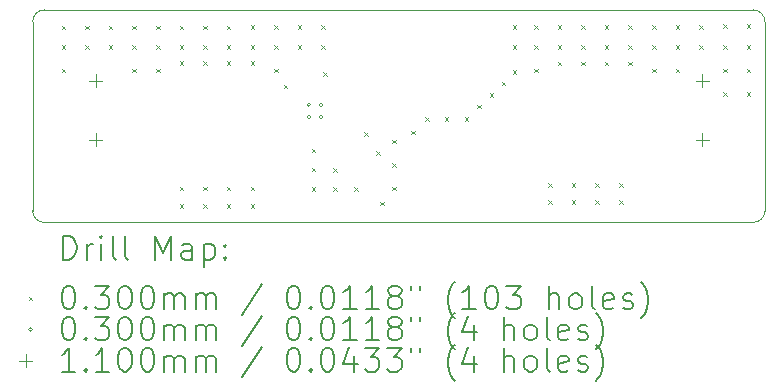
<source format=gbr>
%TF.GenerationSoftware,KiCad,Pcbnew,9.0.4*%
%TF.CreationDate,2025-09-22T12:07:42+05:30*%
%TF.ProjectId,buck-converter-8A,6275636b-2d63-46f6-9e76-65727465722d,rev?*%
%TF.SameCoordinates,Original*%
%TF.FileFunction,Drillmap*%
%TF.FilePolarity,Positive*%
%FSLAX45Y45*%
G04 Gerber Fmt 4.5, Leading zero omitted, Abs format (unit mm)*
G04 Created by KiCad (PCBNEW 9.0.4) date 2025-09-22 12:07:42*
%MOMM*%
%LPD*%
G01*
G04 APERTURE LIST*
%ADD10C,0.050000*%
%ADD11C,0.200000*%
%ADD12C,0.100000*%
%ADD13C,0.110000*%
G04 APERTURE END LIST*
D10*
X11040000Y-9855000D02*
G75*
G02*
X10940000Y-9755000I0J100000D01*
G01*
X17140000Y-9755000D02*
G75*
G02*
X17040000Y-9855000I-100000J0D01*
G01*
X17040000Y-9855000D02*
X11040000Y-9855000D01*
X11040000Y-8055000D02*
X17040000Y-8055000D01*
X17140000Y-8155000D02*
X17140000Y-9755000D01*
X17040000Y-8055000D02*
G75*
G02*
X17140000Y-8155000I0J-100000D01*
G01*
X10940000Y-8155000D02*
G75*
G02*
X11040000Y-8055000I100000J0D01*
G01*
X10940000Y-9755000D02*
X10940000Y-8155000D01*
D11*
D12*
X11185000Y-8190000D02*
X11215000Y-8220000D01*
X11215000Y-8190000D02*
X11185000Y-8220000D01*
X11185000Y-8352675D02*
X11215000Y-8382675D01*
X11215000Y-8352675D02*
X11185000Y-8382675D01*
X11185000Y-8552675D02*
X11215000Y-8582675D01*
X11215000Y-8552675D02*
X11185000Y-8582675D01*
X11385000Y-8190000D02*
X11415000Y-8220000D01*
X11415000Y-8190000D02*
X11385000Y-8220000D01*
X11385000Y-8352675D02*
X11415000Y-8382675D01*
X11415000Y-8352675D02*
X11385000Y-8382675D01*
X11585000Y-8190000D02*
X11615000Y-8220000D01*
X11615000Y-8190000D02*
X11585000Y-8220000D01*
X11585000Y-8352675D02*
X11615000Y-8382675D01*
X11615000Y-8352675D02*
X11585000Y-8382675D01*
X11785000Y-8190000D02*
X11815000Y-8220000D01*
X11815000Y-8190000D02*
X11785000Y-8220000D01*
X11785000Y-8352675D02*
X11815000Y-8382675D01*
X11815000Y-8352675D02*
X11785000Y-8382675D01*
X11785000Y-8552675D02*
X11815000Y-8582675D01*
X11815000Y-8552675D02*
X11785000Y-8582675D01*
X11985000Y-8190000D02*
X12015000Y-8220000D01*
X12015000Y-8190000D02*
X11985000Y-8220000D01*
X11985000Y-8352675D02*
X12015000Y-8382675D01*
X12015000Y-8352675D02*
X11985000Y-8382675D01*
X11985000Y-8552675D02*
X12015000Y-8582675D01*
X12015000Y-8552675D02*
X11985000Y-8582675D01*
X12185000Y-8190000D02*
X12215000Y-8220000D01*
X12215000Y-8190000D02*
X12185000Y-8220000D01*
X12185000Y-8352675D02*
X12215000Y-8382675D01*
X12215000Y-8352675D02*
X12185000Y-8382675D01*
X12185000Y-8490000D02*
X12215000Y-8520000D01*
X12215000Y-8490000D02*
X12185000Y-8520000D01*
X12185000Y-9552675D02*
X12215000Y-9582675D01*
X12215000Y-9552675D02*
X12185000Y-9582675D01*
X12185000Y-9700000D02*
X12215000Y-9730000D01*
X12215000Y-9700000D02*
X12185000Y-9730000D01*
X12385000Y-8190000D02*
X12415000Y-8220000D01*
X12415000Y-8190000D02*
X12385000Y-8220000D01*
X12385000Y-8352675D02*
X12415000Y-8382675D01*
X12415000Y-8352675D02*
X12385000Y-8382675D01*
X12385000Y-8490000D02*
X12415000Y-8520000D01*
X12415000Y-8490000D02*
X12385000Y-8520000D01*
X12385000Y-9552675D02*
X12415000Y-9582675D01*
X12415000Y-9552675D02*
X12385000Y-9582675D01*
X12385000Y-9700000D02*
X12415000Y-9730000D01*
X12415000Y-9700000D02*
X12385000Y-9730000D01*
X12585000Y-8190000D02*
X12615000Y-8220000D01*
X12615000Y-8190000D02*
X12585000Y-8220000D01*
X12585000Y-8352675D02*
X12615000Y-8382675D01*
X12615000Y-8352675D02*
X12585000Y-8382675D01*
X12585000Y-8490000D02*
X12615000Y-8520000D01*
X12615000Y-8490000D02*
X12585000Y-8520000D01*
X12585000Y-9552675D02*
X12615000Y-9582675D01*
X12615000Y-9552675D02*
X12585000Y-9582675D01*
X12585000Y-9700000D02*
X12615000Y-9730000D01*
X12615000Y-9700000D02*
X12585000Y-9730000D01*
X12785000Y-8185000D02*
X12815000Y-8215000D01*
X12815000Y-8185000D02*
X12785000Y-8215000D01*
X12785000Y-8352675D02*
X12815000Y-8382675D01*
X12815000Y-8352675D02*
X12785000Y-8382675D01*
X12785000Y-8490000D02*
X12815000Y-8520000D01*
X12815000Y-8490000D02*
X12785000Y-8520000D01*
X12785000Y-9552675D02*
X12815000Y-9582675D01*
X12815000Y-9552675D02*
X12785000Y-9582675D01*
X12785000Y-9700000D02*
X12815000Y-9730000D01*
X12815000Y-9700000D02*
X12785000Y-9730000D01*
X12985000Y-8185000D02*
X13015000Y-8215000D01*
X13015000Y-8185000D02*
X12985000Y-8215000D01*
X12985000Y-8352675D02*
X13015000Y-8382675D01*
X13015000Y-8352675D02*
X12985000Y-8382675D01*
X12985000Y-8552675D02*
X13015000Y-8582675D01*
X13015000Y-8552675D02*
X12985000Y-8582675D01*
X13065000Y-8690000D02*
X13095000Y-8720000D01*
X13095000Y-8690000D02*
X13065000Y-8720000D01*
X13185000Y-8185000D02*
X13215000Y-8215000D01*
X13215000Y-8185000D02*
X13185000Y-8215000D01*
X13185000Y-8352675D02*
X13215000Y-8382675D01*
X13215000Y-8352675D02*
X13185000Y-8382675D01*
X13305000Y-9230000D02*
X13335000Y-9260000D01*
X13335000Y-9230000D02*
X13305000Y-9260000D01*
X13305000Y-9390000D02*
X13335000Y-9420000D01*
X13335000Y-9390000D02*
X13305000Y-9420000D01*
X13305000Y-9555000D02*
X13335000Y-9585000D01*
X13335000Y-9555000D02*
X13305000Y-9585000D01*
X13385000Y-8185000D02*
X13415000Y-8215000D01*
X13415000Y-8185000D02*
X13385000Y-8215000D01*
X13385000Y-8352675D02*
X13415000Y-8382675D01*
X13415000Y-8352675D02*
X13385000Y-8382675D01*
X13400000Y-8585000D02*
X13430000Y-8615000D01*
X13430000Y-8585000D02*
X13400000Y-8615000D01*
X13485000Y-9395000D02*
X13515000Y-9425000D01*
X13515000Y-9395000D02*
X13485000Y-9425000D01*
X13485000Y-9555000D02*
X13515000Y-9585000D01*
X13515000Y-9555000D02*
X13485000Y-9585000D01*
X13665000Y-9555000D02*
X13695000Y-9585000D01*
X13695000Y-9555000D02*
X13665000Y-9585000D01*
X13750000Y-9090000D02*
X13780000Y-9120000D01*
X13780000Y-9090000D02*
X13750000Y-9120000D01*
X13850000Y-9250000D02*
X13880000Y-9280000D01*
X13880000Y-9250000D02*
X13850000Y-9280000D01*
X13885000Y-9680000D02*
X13915000Y-9710000D01*
X13915000Y-9680000D02*
X13885000Y-9710000D01*
X13985000Y-9152675D02*
X14015000Y-9182675D01*
X14015000Y-9152675D02*
X13985000Y-9182675D01*
X13985000Y-9352675D02*
X14015000Y-9382675D01*
X14015000Y-9352675D02*
X13985000Y-9382675D01*
X13985000Y-9552675D02*
X14015000Y-9582675D01*
X14015000Y-9552675D02*
X13985000Y-9582675D01*
X14145000Y-9080000D02*
X14175000Y-9110000D01*
X14175000Y-9080000D02*
X14145000Y-9110000D01*
X14265000Y-8965000D02*
X14295000Y-8995000D01*
X14295000Y-8965000D02*
X14265000Y-8995000D01*
X14430000Y-8965000D02*
X14460000Y-8995000D01*
X14460000Y-8965000D02*
X14430000Y-8995000D01*
X14600000Y-8965000D02*
X14630000Y-8995000D01*
X14630000Y-8965000D02*
X14600000Y-8995000D01*
X14705000Y-8860000D02*
X14735000Y-8890000D01*
X14735000Y-8860000D02*
X14705000Y-8890000D01*
X14810000Y-8760000D02*
X14840000Y-8790000D01*
X14840000Y-8760000D02*
X14810000Y-8790000D01*
X14910000Y-8665000D02*
X14940000Y-8695000D01*
X14940000Y-8665000D02*
X14910000Y-8695000D01*
X15005000Y-8185000D02*
X15035000Y-8215000D01*
X15035000Y-8185000D02*
X15005000Y-8215000D01*
X15005000Y-8355000D02*
X15035000Y-8385000D01*
X15035000Y-8355000D02*
X15005000Y-8385000D01*
X15005000Y-8565000D02*
X15035000Y-8595000D01*
X15035000Y-8565000D02*
X15005000Y-8595000D01*
X15185000Y-8185000D02*
X15215000Y-8215000D01*
X15215000Y-8185000D02*
X15185000Y-8215000D01*
X15185000Y-8352675D02*
X15215000Y-8382675D01*
X15215000Y-8352675D02*
X15185000Y-8382675D01*
X15185000Y-8552675D02*
X15215000Y-8582675D01*
X15215000Y-8552675D02*
X15185000Y-8582675D01*
X15305000Y-9525000D02*
X15335000Y-9555000D01*
X15335000Y-9525000D02*
X15305000Y-9555000D01*
X15305000Y-9665000D02*
X15335000Y-9695000D01*
X15335000Y-9665000D02*
X15305000Y-9695000D01*
X15385000Y-8185000D02*
X15415000Y-8215000D01*
X15415000Y-8185000D02*
X15385000Y-8215000D01*
X15385000Y-8352675D02*
X15415000Y-8382675D01*
X15415000Y-8352675D02*
X15385000Y-8382675D01*
X15385000Y-8495000D02*
X15415000Y-8525000D01*
X15415000Y-8495000D02*
X15385000Y-8525000D01*
X15505000Y-9525000D02*
X15535000Y-9555000D01*
X15535000Y-9525000D02*
X15505000Y-9555000D01*
X15505000Y-9665000D02*
X15535000Y-9695000D01*
X15535000Y-9665000D02*
X15505000Y-9695000D01*
X15585000Y-8185000D02*
X15615000Y-8215000D01*
X15615000Y-8185000D02*
X15585000Y-8215000D01*
X15585000Y-8352675D02*
X15615000Y-8382675D01*
X15615000Y-8352675D02*
X15585000Y-8382675D01*
X15585000Y-8495000D02*
X15615000Y-8525000D01*
X15615000Y-8495000D02*
X15585000Y-8525000D01*
X15705000Y-9525000D02*
X15735000Y-9555000D01*
X15735000Y-9525000D02*
X15705000Y-9555000D01*
X15705000Y-9665000D02*
X15735000Y-9695000D01*
X15735000Y-9665000D02*
X15705000Y-9695000D01*
X15785000Y-8185000D02*
X15815000Y-8215000D01*
X15815000Y-8185000D02*
X15785000Y-8215000D01*
X15785000Y-8352675D02*
X15815000Y-8382675D01*
X15815000Y-8352675D02*
X15785000Y-8382675D01*
X15785000Y-8495000D02*
X15815000Y-8525000D01*
X15815000Y-8495000D02*
X15785000Y-8525000D01*
X15905000Y-9525000D02*
X15935000Y-9555000D01*
X15935000Y-9525000D02*
X15905000Y-9555000D01*
X15905000Y-9665000D02*
X15935000Y-9695000D01*
X15935000Y-9665000D02*
X15905000Y-9695000D01*
X15985000Y-8185000D02*
X16015000Y-8215000D01*
X16015000Y-8185000D02*
X15985000Y-8215000D01*
X15985000Y-8352675D02*
X16015000Y-8382675D01*
X16015000Y-8352675D02*
X15985000Y-8382675D01*
X15985000Y-8495000D02*
X16015000Y-8525000D01*
X16015000Y-8495000D02*
X15985000Y-8525000D01*
X16185000Y-8185000D02*
X16215000Y-8215000D01*
X16215000Y-8185000D02*
X16185000Y-8215000D01*
X16185000Y-8352675D02*
X16215000Y-8382675D01*
X16215000Y-8352675D02*
X16185000Y-8382675D01*
X16185000Y-8552675D02*
X16215000Y-8582675D01*
X16215000Y-8552675D02*
X16185000Y-8582675D01*
X16385000Y-8185000D02*
X16415000Y-8215000D01*
X16415000Y-8185000D02*
X16385000Y-8215000D01*
X16385000Y-8352675D02*
X16415000Y-8382675D01*
X16415000Y-8352675D02*
X16385000Y-8382675D01*
X16385000Y-8552675D02*
X16415000Y-8582675D01*
X16415000Y-8552675D02*
X16385000Y-8582675D01*
X16585000Y-8185000D02*
X16615000Y-8215000D01*
X16615000Y-8185000D02*
X16585000Y-8215000D01*
X16585000Y-8352675D02*
X16615000Y-8382675D01*
X16615000Y-8352675D02*
X16585000Y-8382675D01*
X16785000Y-8175000D02*
X16815000Y-8205000D01*
X16815000Y-8175000D02*
X16785000Y-8205000D01*
X16785000Y-8352675D02*
X16815000Y-8382675D01*
X16815000Y-8352675D02*
X16785000Y-8382675D01*
X16785000Y-8552675D02*
X16815000Y-8582675D01*
X16815000Y-8552675D02*
X16785000Y-8582675D01*
X16785000Y-8752675D02*
X16815000Y-8782675D01*
X16815000Y-8752675D02*
X16785000Y-8782675D01*
X16985000Y-8175000D02*
X17015000Y-8205000D01*
X17015000Y-8175000D02*
X16985000Y-8205000D01*
X16985000Y-8352675D02*
X17015000Y-8382675D01*
X17015000Y-8352675D02*
X16985000Y-8382675D01*
X16985000Y-8552675D02*
X17015000Y-8582675D01*
X17015000Y-8552675D02*
X16985000Y-8582675D01*
X16985000Y-8752675D02*
X17015000Y-8782675D01*
X17015000Y-8752675D02*
X16985000Y-8782675D01*
X13293750Y-8858750D02*
G75*
G02*
X13263750Y-8858750I-15000J0D01*
G01*
X13263750Y-8858750D02*
G75*
G02*
X13293750Y-8858750I15000J0D01*
G01*
X13293750Y-8961250D02*
G75*
G02*
X13263750Y-8961250I-15000J0D01*
G01*
X13263750Y-8961250D02*
G75*
G02*
X13293750Y-8961250I15000J0D01*
G01*
X13396250Y-8858750D02*
G75*
G02*
X13366250Y-8858750I-15000J0D01*
G01*
X13366250Y-8858750D02*
G75*
G02*
X13396250Y-8858750I15000J0D01*
G01*
X13396250Y-8961250D02*
G75*
G02*
X13366250Y-8961250I-15000J0D01*
G01*
X13366250Y-8961250D02*
G75*
G02*
X13396250Y-8961250I15000J0D01*
G01*
D13*
X11473250Y-8600000D02*
X11473250Y-8710000D01*
X11418250Y-8655000D02*
X11528250Y-8655000D01*
X11473250Y-9100000D02*
X11473250Y-9210000D01*
X11418250Y-9155000D02*
X11528250Y-9155000D01*
X16611750Y-8600000D02*
X16611750Y-8710000D01*
X16556750Y-8655000D02*
X16666750Y-8655000D01*
X16611750Y-9100000D02*
X16611750Y-9210000D01*
X16556750Y-9155000D02*
X16666750Y-9155000D01*
D11*
X11198277Y-10168984D02*
X11198277Y-9968984D01*
X11198277Y-9968984D02*
X11245896Y-9968984D01*
X11245896Y-9968984D02*
X11274467Y-9978508D01*
X11274467Y-9978508D02*
X11293515Y-9997555D01*
X11293515Y-9997555D02*
X11303039Y-10016603D01*
X11303039Y-10016603D02*
X11312562Y-10054698D01*
X11312562Y-10054698D02*
X11312562Y-10083270D01*
X11312562Y-10083270D02*
X11303039Y-10121365D01*
X11303039Y-10121365D02*
X11293515Y-10140412D01*
X11293515Y-10140412D02*
X11274467Y-10159460D01*
X11274467Y-10159460D02*
X11245896Y-10168984D01*
X11245896Y-10168984D02*
X11198277Y-10168984D01*
X11398277Y-10168984D02*
X11398277Y-10035650D01*
X11398277Y-10073746D02*
X11407801Y-10054698D01*
X11407801Y-10054698D02*
X11417324Y-10045174D01*
X11417324Y-10045174D02*
X11436372Y-10035650D01*
X11436372Y-10035650D02*
X11455420Y-10035650D01*
X11522086Y-10168984D02*
X11522086Y-10035650D01*
X11522086Y-9968984D02*
X11512562Y-9978508D01*
X11512562Y-9978508D02*
X11522086Y-9988031D01*
X11522086Y-9988031D02*
X11531610Y-9978508D01*
X11531610Y-9978508D02*
X11522086Y-9968984D01*
X11522086Y-9968984D02*
X11522086Y-9988031D01*
X11645896Y-10168984D02*
X11626848Y-10159460D01*
X11626848Y-10159460D02*
X11617324Y-10140412D01*
X11617324Y-10140412D02*
X11617324Y-9968984D01*
X11750658Y-10168984D02*
X11731610Y-10159460D01*
X11731610Y-10159460D02*
X11722086Y-10140412D01*
X11722086Y-10140412D02*
X11722086Y-9968984D01*
X11979229Y-10168984D02*
X11979229Y-9968984D01*
X11979229Y-9968984D02*
X12045896Y-10111841D01*
X12045896Y-10111841D02*
X12112562Y-9968984D01*
X12112562Y-9968984D02*
X12112562Y-10168984D01*
X12293515Y-10168984D02*
X12293515Y-10064222D01*
X12293515Y-10064222D02*
X12283991Y-10045174D01*
X12283991Y-10045174D02*
X12264943Y-10035650D01*
X12264943Y-10035650D02*
X12226848Y-10035650D01*
X12226848Y-10035650D02*
X12207801Y-10045174D01*
X12293515Y-10159460D02*
X12274467Y-10168984D01*
X12274467Y-10168984D02*
X12226848Y-10168984D01*
X12226848Y-10168984D02*
X12207801Y-10159460D01*
X12207801Y-10159460D02*
X12198277Y-10140412D01*
X12198277Y-10140412D02*
X12198277Y-10121365D01*
X12198277Y-10121365D02*
X12207801Y-10102317D01*
X12207801Y-10102317D02*
X12226848Y-10092793D01*
X12226848Y-10092793D02*
X12274467Y-10092793D01*
X12274467Y-10092793D02*
X12293515Y-10083270D01*
X12388753Y-10035650D02*
X12388753Y-10235650D01*
X12388753Y-10045174D02*
X12407801Y-10035650D01*
X12407801Y-10035650D02*
X12445896Y-10035650D01*
X12445896Y-10035650D02*
X12464943Y-10045174D01*
X12464943Y-10045174D02*
X12474467Y-10054698D01*
X12474467Y-10054698D02*
X12483991Y-10073746D01*
X12483991Y-10073746D02*
X12483991Y-10130889D01*
X12483991Y-10130889D02*
X12474467Y-10149936D01*
X12474467Y-10149936D02*
X12464943Y-10159460D01*
X12464943Y-10159460D02*
X12445896Y-10168984D01*
X12445896Y-10168984D02*
X12407801Y-10168984D01*
X12407801Y-10168984D02*
X12388753Y-10159460D01*
X12569705Y-10149936D02*
X12579229Y-10159460D01*
X12579229Y-10159460D02*
X12569705Y-10168984D01*
X12569705Y-10168984D02*
X12560182Y-10159460D01*
X12560182Y-10159460D02*
X12569705Y-10149936D01*
X12569705Y-10149936D02*
X12569705Y-10168984D01*
X12569705Y-10045174D02*
X12579229Y-10054698D01*
X12579229Y-10054698D02*
X12569705Y-10064222D01*
X12569705Y-10064222D02*
X12560182Y-10054698D01*
X12560182Y-10054698D02*
X12569705Y-10045174D01*
X12569705Y-10045174D02*
X12569705Y-10064222D01*
D12*
X10907500Y-10482500D02*
X10937500Y-10512500D01*
X10937500Y-10482500D02*
X10907500Y-10512500D01*
D11*
X11236372Y-10388984D02*
X11255420Y-10388984D01*
X11255420Y-10388984D02*
X11274467Y-10398508D01*
X11274467Y-10398508D02*
X11283991Y-10408031D01*
X11283991Y-10408031D02*
X11293515Y-10427079D01*
X11293515Y-10427079D02*
X11303039Y-10465174D01*
X11303039Y-10465174D02*
X11303039Y-10512793D01*
X11303039Y-10512793D02*
X11293515Y-10550889D01*
X11293515Y-10550889D02*
X11283991Y-10569936D01*
X11283991Y-10569936D02*
X11274467Y-10579460D01*
X11274467Y-10579460D02*
X11255420Y-10588984D01*
X11255420Y-10588984D02*
X11236372Y-10588984D01*
X11236372Y-10588984D02*
X11217324Y-10579460D01*
X11217324Y-10579460D02*
X11207801Y-10569936D01*
X11207801Y-10569936D02*
X11198277Y-10550889D01*
X11198277Y-10550889D02*
X11188753Y-10512793D01*
X11188753Y-10512793D02*
X11188753Y-10465174D01*
X11188753Y-10465174D02*
X11198277Y-10427079D01*
X11198277Y-10427079D02*
X11207801Y-10408031D01*
X11207801Y-10408031D02*
X11217324Y-10398508D01*
X11217324Y-10398508D02*
X11236372Y-10388984D01*
X11388753Y-10569936D02*
X11398277Y-10579460D01*
X11398277Y-10579460D02*
X11388753Y-10588984D01*
X11388753Y-10588984D02*
X11379229Y-10579460D01*
X11379229Y-10579460D02*
X11388753Y-10569936D01*
X11388753Y-10569936D02*
X11388753Y-10588984D01*
X11464943Y-10388984D02*
X11588753Y-10388984D01*
X11588753Y-10388984D02*
X11522086Y-10465174D01*
X11522086Y-10465174D02*
X11550658Y-10465174D01*
X11550658Y-10465174D02*
X11569705Y-10474698D01*
X11569705Y-10474698D02*
X11579229Y-10484222D01*
X11579229Y-10484222D02*
X11588753Y-10503270D01*
X11588753Y-10503270D02*
X11588753Y-10550889D01*
X11588753Y-10550889D02*
X11579229Y-10569936D01*
X11579229Y-10569936D02*
X11569705Y-10579460D01*
X11569705Y-10579460D02*
X11550658Y-10588984D01*
X11550658Y-10588984D02*
X11493515Y-10588984D01*
X11493515Y-10588984D02*
X11474467Y-10579460D01*
X11474467Y-10579460D02*
X11464943Y-10569936D01*
X11712562Y-10388984D02*
X11731610Y-10388984D01*
X11731610Y-10388984D02*
X11750658Y-10398508D01*
X11750658Y-10398508D02*
X11760182Y-10408031D01*
X11760182Y-10408031D02*
X11769705Y-10427079D01*
X11769705Y-10427079D02*
X11779229Y-10465174D01*
X11779229Y-10465174D02*
X11779229Y-10512793D01*
X11779229Y-10512793D02*
X11769705Y-10550889D01*
X11769705Y-10550889D02*
X11760182Y-10569936D01*
X11760182Y-10569936D02*
X11750658Y-10579460D01*
X11750658Y-10579460D02*
X11731610Y-10588984D01*
X11731610Y-10588984D02*
X11712562Y-10588984D01*
X11712562Y-10588984D02*
X11693515Y-10579460D01*
X11693515Y-10579460D02*
X11683991Y-10569936D01*
X11683991Y-10569936D02*
X11674467Y-10550889D01*
X11674467Y-10550889D02*
X11664943Y-10512793D01*
X11664943Y-10512793D02*
X11664943Y-10465174D01*
X11664943Y-10465174D02*
X11674467Y-10427079D01*
X11674467Y-10427079D02*
X11683991Y-10408031D01*
X11683991Y-10408031D02*
X11693515Y-10398508D01*
X11693515Y-10398508D02*
X11712562Y-10388984D01*
X11903039Y-10388984D02*
X11922086Y-10388984D01*
X11922086Y-10388984D02*
X11941134Y-10398508D01*
X11941134Y-10398508D02*
X11950658Y-10408031D01*
X11950658Y-10408031D02*
X11960182Y-10427079D01*
X11960182Y-10427079D02*
X11969705Y-10465174D01*
X11969705Y-10465174D02*
X11969705Y-10512793D01*
X11969705Y-10512793D02*
X11960182Y-10550889D01*
X11960182Y-10550889D02*
X11950658Y-10569936D01*
X11950658Y-10569936D02*
X11941134Y-10579460D01*
X11941134Y-10579460D02*
X11922086Y-10588984D01*
X11922086Y-10588984D02*
X11903039Y-10588984D01*
X11903039Y-10588984D02*
X11883991Y-10579460D01*
X11883991Y-10579460D02*
X11874467Y-10569936D01*
X11874467Y-10569936D02*
X11864943Y-10550889D01*
X11864943Y-10550889D02*
X11855420Y-10512793D01*
X11855420Y-10512793D02*
X11855420Y-10465174D01*
X11855420Y-10465174D02*
X11864943Y-10427079D01*
X11864943Y-10427079D02*
X11874467Y-10408031D01*
X11874467Y-10408031D02*
X11883991Y-10398508D01*
X11883991Y-10398508D02*
X11903039Y-10388984D01*
X12055420Y-10588984D02*
X12055420Y-10455650D01*
X12055420Y-10474698D02*
X12064943Y-10465174D01*
X12064943Y-10465174D02*
X12083991Y-10455650D01*
X12083991Y-10455650D02*
X12112563Y-10455650D01*
X12112563Y-10455650D02*
X12131610Y-10465174D01*
X12131610Y-10465174D02*
X12141134Y-10484222D01*
X12141134Y-10484222D02*
X12141134Y-10588984D01*
X12141134Y-10484222D02*
X12150658Y-10465174D01*
X12150658Y-10465174D02*
X12169705Y-10455650D01*
X12169705Y-10455650D02*
X12198277Y-10455650D01*
X12198277Y-10455650D02*
X12217324Y-10465174D01*
X12217324Y-10465174D02*
X12226848Y-10484222D01*
X12226848Y-10484222D02*
X12226848Y-10588984D01*
X12322086Y-10588984D02*
X12322086Y-10455650D01*
X12322086Y-10474698D02*
X12331610Y-10465174D01*
X12331610Y-10465174D02*
X12350658Y-10455650D01*
X12350658Y-10455650D02*
X12379229Y-10455650D01*
X12379229Y-10455650D02*
X12398277Y-10465174D01*
X12398277Y-10465174D02*
X12407801Y-10484222D01*
X12407801Y-10484222D02*
X12407801Y-10588984D01*
X12407801Y-10484222D02*
X12417324Y-10465174D01*
X12417324Y-10465174D02*
X12436372Y-10455650D01*
X12436372Y-10455650D02*
X12464943Y-10455650D01*
X12464943Y-10455650D02*
X12483991Y-10465174D01*
X12483991Y-10465174D02*
X12493515Y-10484222D01*
X12493515Y-10484222D02*
X12493515Y-10588984D01*
X12883991Y-10379460D02*
X12712563Y-10636603D01*
X13141134Y-10388984D02*
X13160182Y-10388984D01*
X13160182Y-10388984D02*
X13179229Y-10398508D01*
X13179229Y-10398508D02*
X13188753Y-10408031D01*
X13188753Y-10408031D02*
X13198277Y-10427079D01*
X13198277Y-10427079D02*
X13207801Y-10465174D01*
X13207801Y-10465174D02*
X13207801Y-10512793D01*
X13207801Y-10512793D02*
X13198277Y-10550889D01*
X13198277Y-10550889D02*
X13188753Y-10569936D01*
X13188753Y-10569936D02*
X13179229Y-10579460D01*
X13179229Y-10579460D02*
X13160182Y-10588984D01*
X13160182Y-10588984D02*
X13141134Y-10588984D01*
X13141134Y-10588984D02*
X13122086Y-10579460D01*
X13122086Y-10579460D02*
X13112563Y-10569936D01*
X13112563Y-10569936D02*
X13103039Y-10550889D01*
X13103039Y-10550889D02*
X13093515Y-10512793D01*
X13093515Y-10512793D02*
X13093515Y-10465174D01*
X13093515Y-10465174D02*
X13103039Y-10427079D01*
X13103039Y-10427079D02*
X13112563Y-10408031D01*
X13112563Y-10408031D02*
X13122086Y-10398508D01*
X13122086Y-10398508D02*
X13141134Y-10388984D01*
X13293515Y-10569936D02*
X13303039Y-10579460D01*
X13303039Y-10579460D02*
X13293515Y-10588984D01*
X13293515Y-10588984D02*
X13283991Y-10579460D01*
X13283991Y-10579460D02*
X13293515Y-10569936D01*
X13293515Y-10569936D02*
X13293515Y-10588984D01*
X13426848Y-10388984D02*
X13445896Y-10388984D01*
X13445896Y-10388984D02*
X13464944Y-10398508D01*
X13464944Y-10398508D02*
X13474467Y-10408031D01*
X13474467Y-10408031D02*
X13483991Y-10427079D01*
X13483991Y-10427079D02*
X13493515Y-10465174D01*
X13493515Y-10465174D02*
X13493515Y-10512793D01*
X13493515Y-10512793D02*
X13483991Y-10550889D01*
X13483991Y-10550889D02*
X13474467Y-10569936D01*
X13474467Y-10569936D02*
X13464944Y-10579460D01*
X13464944Y-10579460D02*
X13445896Y-10588984D01*
X13445896Y-10588984D02*
X13426848Y-10588984D01*
X13426848Y-10588984D02*
X13407801Y-10579460D01*
X13407801Y-10579460D02*
X13398277Y-10569936D01*
X13398277Y-10569936D02*
X13388753Y-10550889D01*
X13388753Y-10550889D02*
X13379229Y-10512793D01*
X13379229Y-10512793D02*
X13379229Y-10465174D01*
X13379229Y-10465174D02*
X13388753Y-10427079D01*
X13388753Y-10427079D02*
X13398277Y-10408031D01*
X13398277Y-10408031D02*
X13407801Y-10398508D01*
X13407801Y-10398508D02*
X13426848Y-10388984D01*
X13683991Y-10588984D02*
X13569706Y-10588984D01*
X13626848Y-10588984D02*
X13626848Y-10388984D01*
X13626848Y-10388984D02*
X13607801Y-10417555D01*
X13607801Y-10417555D02*
X13588753Y-10436603D01*
X13588753Y-10436603D02*
X13569706Y-10446127D01*
X13874467Y-10588984D02*
X13760182Y-10588984D01*
X13817325Y-10588984D02*
X13817325Y-10388984D01*
X13817325Y-10388984D02*
X13798277Y-10417555D01*
X13798277Y-10417555D02*
X13779229Y-10436603D01*
X13779229Y-10436603D02*
X13760182Y-10446127D01*
X13988753Y-10474698D02*
X13969706Y-10465174D01*
X13969706Y-10465174D02*
X13960182Y-10455650D01*
X13960182Y-10455650D02*
X13950658Y-10436603D01*
X13950658Y-10436603D02*
X13950658Y-10427079D01*
X13950658Y-10427079D02*
X13960182Y-10408031D01*
X13960182Y-10408031D02*
X13969706Y-10398508D01*
X13969706Y-10398508D02*
X13988753Y-10388984D01*
X13988753Y-10388984D02*
X14026848Y-10388984D01*
X14026848Y-10388984D02*
X14045896Y-10398508D01*
X14045896Y-10398508D02*
X14055420Y-10408031D01*
X14055420Y-10408031D02*
X14064944Y-10427079D01*
X14064944Y-10427079D02*
X14064944Y-10436603D01*
X14064944Y-10436603D02*
X14055420Y-10455650D01*
X14055420Y-10455650D02*
X14045896Y-10465174D01*
X14045896Y-10465174D02*
X14026848Y-10474698D01*
X14026848Y-10474698D02*
X13988753Y-10474698D01*
X13988753Y-10474698D02*
X13969706Y-10484222D01*
X13969706Y-10484222D02*
X13960182Y-10493746D01*
X13960182Y-10493746D02*
X13950658Y-10512793D01*
X13950658Y-10512793D02*
X13950658Y-10550889D01*
X13950658Y-10550889D02*
X13960182Y-10569936D01*
X13960182Y-10569936D02*
X13969706Y-10579460D01*
X13969706Y-10579460D02*
X13988753Y-10588984D01*
X13988753Y-10588984D02*
X14026848Y-10588984D01*
X14026848Y-10588984D02*
X14045896Y-10579460D01*
X14045896Y-10579460D02*
X14055420Y-10569936D01*
X14055420Y-10569936D02*
X14064944Y-10550889D01*
X14064944Y-10550889D02*
X14064944Y-10512793D01*
X14064944Y-10512793D02*
X14055420Y-10493746D01*
X14055420Y-10493746D02*
X14045896Y-10484222D01*
X14045896Y-10484222D02*
X14026848Y-10474698D01*
X14141134Y-10388984D02*
X14141134Y-10427079D01*
X14217325Y-10388984D02*
X14217325Y-10427079D01*
X14512563Y-10665174D02*
X14503039Y-10655650D01*
X14503039Y-10655650D02*
X14483991Y-10627079D01*
X14483991Y-10627079D02*
X14474468Y-10608031D01*
X14474468Y-10608031D02*
X14464944Y-10579460D01*
X14464944Y-10579460D02*
X14455420Y-10531841D01*
X14455420Y-10531841D02*
X14455420Y-10493746D01*
X14455420Y-10493746D02*
X14464944Y-10446127D01*
X14464944Y-10446127D02*
X14474468Y-10417555D01*
X14474468Y-10417555D02*
X14483991Y-10398508D01*
X14483991Y-10398508D02*
X14503039Y-10369936D01*
X14503039Y-10369936D02*
X14512563Y-10360412D01*
X14693515Y-10588984D02*
X14579229Y-10588984D01*
X14636372Y-10588984D02*
X14636372Y-10388984D01*
X14636372Y-10388984D02*
X14617325Y-10417555D01*
X14617325Y-10417555D02*
X14598277Y-10436603D01*
X14598277Y-10436603D02*
X14579229Y-10446127D01*
X14817325Y-10388984D02*
X14836372Y-10388984D01*
X14836372Y-10388984D02*
X14855420Y-10398508D01*
X14855420Y-10398508D02*
X14864944Y-10408031D01*
X14864944Y-10408031D02*
X14874468Y-10427079D01*
X14874468Y-10427079D02*
X14883991Y-10465174D01*
X14883991Y-10465174D02*
X14883991Y-10512793D01*
X14883991Y-10512793D02*
X14874468Y-10550889D01*
X14874468Y-10550889D02*
X14864944Y-10569936D01*
X14864944Y-10569936D02*
X14855420Y-10579460D01*
X14855420Y-10579460D02*
X14836372Y-10588984D01*
X14836372Y-10588984D02*
X14817325Y-10588984D01*
X14817325Y-10588984D02*
X14798277Y-10579460D01*
X14798277Y-10579460D02*
X14788753Y-10569936D01*
X14788753Y-10569936D02*
X14779229Y-10550889D01*
X14779229Y-10550889D02*
X14769706Y-10512793D01*
X14769706Y-10512793D02*
X14769706Y-10465174D01*
X14769706Y-10465174D02*
X14779229Y-10427079D01*
X14779229Y-10427079D02*
X14788753Y-10408031D01*
X14788753Y-10408031D02*
X14798277Y-10398508D01*
X14798277Y-10398508D02*
X14817325Y-10388984D01*
X14950658Y-10388984D02*
X15074468Y-10388984D01*
X15074468Y-10388984D02*
X15007801Y-10465174D01*
X15007801Y-10465174D02*
X15036372Y-10465174D01*
X15036372Y-10465174D02*
X15055420Y-10474698D01*
X15055420Y-10474698D02*
X15064944Y-10484222D01*
X15064944Y-10484222D02*
X15074468Y-10503270D01*
X15074468Y-10503270D02*
X15074468Y-10550889D01*
X15074468Y-10550889D02*
X15064944Y-10569936D01*
X15064944Y-10569936D02*
X15055420Y-10579460D01*
X15055420Y-10579460D02*
X15036372Y-10588984D01*
X15036372Y-10588984D02*
X14979229Y-10588984D01*
X14979229Y-10588984D02*
X14960182Y-10579460D01*
X14960182Y-10579460D02*
X14950658Y-10569936D01*
X15312563Y-10588984D02*
X15312563Y-10388984D01*
X15398277Y-10588984D02*
X15398277Y-10484222D01*
X15398277Y-10484222D02*
X15388753Y-10465174D01*
X15388753Y-10465174D02*
X15369706Y-10455650D01*
X15369706Y-10455650D02*
X15341134Y-10455650D01*
X15341134Y-10455650D02*
X15322087Y-10465174D01*
X15322087Y-10465174D02*
X15312563Y-10474698D01*
X15522087Y-10588984D02*
X15503039Y-10579460D01*
X15503039Y-10579460D02*
X15493515Y-10569936D01*
X15493515Y-10569936D02*
X15483991Y-10550889D01*
X15483991Y-10550889D02*
X15483991Y-10493746D01*
X15483991Y-10493746D02*
X15493515Y-10474698D01*
X15493515Y-10474698D02*
X15503039Y-10465174D01*
X15503039Y-10465174D02*
X15522087Y-10455650D01*
X15522087Y-10455650D02*
X15550658Y-10455650D01*
X15550658Y-10455650D02*
X15569706Y-10465174D01*
X15569706Y-10465174D02*
X15579230Y-10474698D01*
X15579230Y-10474698D02*
X15588753Y-10493746D01*
X15588753Y-10493746D02*
X15588753Y-10550889D01*
X15588753Y-10550889D02*
X15579230Y-10569936D01*
X15579230Y-10569936D02*
X15569706Y-10579460D01*
X15569706Y-10579460D02*
X15550658Y-10588984D01*
X15550658Y-10588984D02*
X15522087Y-10588984D01*
X15703039Y-10588984D02*
X15683991Y-10579460D01*
X15683991Y-10579460D02*
X15674468Y-10560412D01*
X15674468Y-10560412D02*
X15674468Y-10388984D01*
X15855420Y-10579460D02*
X15836372Y-10588984D01*
X15836372Y-10588984D02*
X15798277Y-10588984D01*
X15798277Y-10588984D02*
X15779230Y-10579460D01*
X15779230Y-10579460D02*
X15769706Y-10560412D01*
X15769706Y-10560412D02*
X15769706Y-10484222D01*
X15769706Y-10484222D02*
X15779230Y-10465174D01*
X15779230Y-10465174D02*
X15798277Y-10455650D01*
X15798277Y-10455650D02*
X15836372Y-10455650D01*
X15836372Y-10455650D02*
X15855420Y-10465174D01*
X15855420Y-10465174D02*
X15864944Y-10484222D01*
X15864944Y-10484222D02*
X15864944Y-10503270D01*
X15864944Y-10503270D02*
X15769706Y-10522317D01*
X15941134Y-10579460D02*
X15960182Y-10588984D01*
X15960182Y-10588984D02*
X15998277Y-10588984D01*
X15998277Y-10588984D02*
X16017325Y-10579460D01*
X16017325Y-10579460D02*
X16026849Y-10560412D01*
X16026849Y-10560412D02*
X16026849Y-10550889D01*
X16026849Y-10550889D02*
X16017325Y-10531841D01*
X16017325Y-10531841D02*
X15998277Y-10522317D01*
X15998277Y-10522317D02*
X15969706Y-10522317D01*
X15969706Y-10522317D02*
X15950658Y-10512793D01*
X15950658Y-10512793D02*
X15941134Y-10493746D01*
X15941134Y-10493746D02*
X15941134Y-10484222D01*
X15941134Y-10484222D02*
X15950658Y-10465174D01*
X15950658Y-10465174D02*
X15969706Y-10455650D01*
X15969706Y-10455650D02*
X15998277Y-10455650D01*
X15998277Y-10455650D02*
X16017325Y-10465174D01*
X16093515Y-10665174D02*
X16103039Y-10655650D01*
X16103039Y-10655650D02*
X16122087Y-10627079D01*
X16122087Y-10627079D02*
X16131611Y-10608031D01*
X16131611Y-10608031D02*
X16141134Y-10579460D01*
X16141134Y-10579460D02*
X16150658Y-10531841D01*
X16150658Y-10531841D02*
X16150658Y-10493746D01*
X16150658Y-10493746D02*
X16141134Y-10446127D01*
X16141134Y-10446127D02*
X16131611Y-10417555D01*
X16131611Y-10417555D02*
X16122087Y-10398508D01*
X16122087Y-10398508D02*
X16103039Y-10369936D01*
X16103039Y-10369936D02*
X16093515Y-10360412D01*
D12*
X10937500Y-10761500D02*
G75*
G02*
X10907500Y-10761500I-15000J0D01*
G01*
X10907500Y-10761500D02*
G75*
G02*
X10937500Y-10761500I15000J0D01*
G01*
D11*
X11236372Y-10652984D02*
X11255420Y-10652984D01*
X11255420Y-10652984D02*
X11274467Y-10662508D01*
X11274467Y-10662508D02*
X11283991Y-10672031D01*
X11283991Y-10672031D02*
X11293515Y-10691079D01*
X11293515Y-10691079D02*
X11303039Y-10729174D01*
X11303039Y-10729174D02*
X11303039Y-10776793D01*
X11303039Y-10776793D02*
X11293515Y-10814889D01*
X11293515Y-10814889D02*
X11283991Y-10833936D01*
X11283991Y-10833936D02*
X11274467Y-10843460D01*
X11274467Y-10843460D02*
X11255420Y-10852984D01*
X11255420Y-10852984D02*
X11236372Y-10852984D01*
X11236372Y-10852984D02*
X11217324Y-10843460D01*
X11217324Y-10843460D02*
X11207801Y-10833936D01*
X11207801Y-10833936D02*
X11198277Y-10814889D01*
X11198277Y-10814889D02*
X11188753Y-10776793D01*
X11188753Y-10776793D02*
X11188753Y-10729174D01*
X11188753Y-10729174D02*
X11198277Y-10691079D01*
X11198277Y-10691079D02*
X11207801Y-10672031D01*
X11207801Y-10672031D02*
X11217324Y-10662508D01*
X11217324Y-10662508D02*
X11236372Y-10652984D01*
X11388753Y-10833936D02*
X11398277Y-10843460D01*
X11398277Y-10843460D02*
X11388753Y-10852984D01*
X11388753Y-10852984D02*
X11379229Y-10843460D01*
X11379229Y-10843460D02*
X11388753Y-10833936D01*
X11388753Y-10833936D02*
X11388753Y-10852984D01*
X11464943Y-10652984D02*
X11588753Y-10652984D01*
X11588753Y-10652984D02*
X11522086Y-10729174D01*
X11522086Y-10729174D02*
X11550658Y-10729174D01*
X11550658Y-10729174D02*
X11569705Y-10738698D01*
X11569705Y-10738698D02*
X11579229Y-10748222D01*
X11579229Y-10748222D02*
X11588753Y-10767270D01*
X11588753Y-10767270D02*
X11588753Y-10814889D01*
X11588753Y-10814889D02*
X11579229Y-10833936D01*
X11579229Y-10833936D02*
X11569705Y-10843460D01*
X11569705Y-10843460D02*
X11550658Y-10852984D01*
X11550658Y-10852984D02*
X11493515Y-10852984D01*
X11493515Y-10852984D02*
X11474467Y-10843460D01*
X11474467Y-10843460D02*
X11464943Y-10833936D01*
X11712562Y-10652984D02*
X11731610Y-10652984D01*
X11731610Y-10652984D02*
X11750658Y-10662508D01*
X11750658Y-10662508D02*
X11760182Y-10672031D01*
X11760182Y-10672031D02*
X11769705Y-10691079D01*
X11769705Y-10691079D02*
X11779229Y-10729174D01*
X11779229Y-10729174D02*
X11779229Y-10776793D01*
X11779229Y-10776793D02*
X11769705Y-10814889D01*
X11769705Y-10814889D02*
X11760182Y-10833936D01*
X11760182Y-10833936D02*
X11750658Y-10843460D01*
X11750658Y-10843460D02*
X11731610Y-10852984D01*
X11731610Y-10852984D02*
X11712562Y-10852984D01*
X11712562Y-10852984D02*
X11693515Y-10843460D01*
X11693515Y-10843460D02*
X11683991Y-10833936D01*
X11683991Y-10833936D02*
X11674467Y-10814889D01*
X11674467Y-10814889D02*
X11664943Y-10776793D01*
X11664943Y-10776793D02*
X11664943Y-10729174D01*
X11664943Y-10729174D02*
X11674467Y-10691079D01*
X11674467Y-10691079D02*
X11683991Y-10672031D01*
X11683991Y-10672031D02*
X11693515Y-10662508D01*
X11693515Y-10662508D02*
X11712562Y-10652984D01*
X11903039Y-10652984D02*
X11922086Y-10652984D01*
X11922086Y-10652984D02*
X11941134Y-10662508D01*
X11941134Y-10662508D02*
X11950658Y-10672031D01*
X11950658Y-10672031D02*
X11960182Y-10691079D01*
X11960182Y-10691079D02*
X11969705Y-10729174D01*
X11969705Y-10729174D02*
X11969705Y-10776793D01*
X11969705Y-10776793D02*
X11960182Y-10814889D01*
X11960182Y-10814889D02*
X11950658Y-10833936D01*
X11950658Y-10833936D02*
X11941134Y-10843460D01*
X11941134Y-10843460D02*
X11922086Y-10852984D01*
X11922086Y-10852984D02*
X11903039Y-10852984D01*
X11903039Y-10852984D02*
X11883991Y-10843460D01*
X11883991Y-10843460D02*
X11874467Y-10833936D01*
X11874467Y-10833936D02*
X11864943Y-10814889D01*
X11864943Y-10814889D02*
X11855420Y-10776793D01*
X11855420Y-10776793D02*
X11855420Y-10729174D01*
X11855420Y-10729174D02*
X11864943Y-10691079D01*
X11864943Y-10691079D02*
X11874467Y-10672031D01*
X11874467Y-10672031D02*
X11883991Y-10662508D01*
X11883991Y-10662508D02*
X11903039Y-10652984D01*
X12055420Y-10852984D02*
X12055420Y-10719650D01*
X12055420Y-10738698D02*
X12064943Y-10729174D01*
X12064943Y-10729174D02*
X12083991Y-10719650D01*
X12083991Y-10719650D02*
X12112563Y-10719650D01*
X12112563Y-10719650D02*
X12131610Y-10729174D01*
X12131610Y-10729174D02*
X12141134Y-10748222D01*
X12141134Y-10748222D02*
X12141134Y-10852984D01*
X12141134Y-10748222D02*
X12150658Y-10729174D01*
X12150658Y-10729174D02*
X12169705Y-10719650D01*
X12169705Y-10719650D02*
X12198277Y-10719650D01*
X12198277Y-10719650D02*
X12217324Y-10729174D01*
X12217324Y-10729174D02*
X12226848Y-10748222D01*
X12226848Y-10748222D02*
X12226848Y-10852984D01*
X12322086Y-10852984D02*
X12322086Y-10719650D01*
X12322086Y-10738698D02*
X12331610Y-10729174D01*
X12331610Y-10729174D02*
X12350658Y-10719650D01*
X12350658Y-10719650D02*
X12379229Y-10719650D01*
X12379229Y-10719650D02*
X12398277Y-10729174D01*
X12398277Y-10729174D02*
X12407801Y-10748222D01*
X12407801Y-10748222D02*
X12407801Y-10852984D01*
X12407801Y-10748222D02*
X12417324Y-10729174D01*
X12417324Y-10729174D02*
X12436372Y-10719650D01*
X12436372Y-10719650D02*
X12464943Y-10719650D01*
X12464943Y-10719650D02*
X12483991Y-10729174D01*
X12483991Y-10729174D02*
X12493515Y-10748222D01*
X12493515Y-10748222D02*
X12493515Y-10852984D01*
X12883991Y-10643460D02*
X12712563Y-10900603D01*
X13141134Y-10652984D02*
X13160182Y-10652984D01*
X13160182Y-10652984D02*
X13179229Y-10662508D01*
X13179229Y-10662508D02*
X13188753Y-10672031D01*
X13188753Y-10672031D02*
X13198277Y-10691079D01*
X13198277Y-10691079D02*
X13207801Y-10729174D01*
X13207801Y-10729174D02*
X13207801Y-10776793D01*
X13207801Y-10776793D02*
X13198277Y-10814889D01*
X13198277Y-10814889D02*
X13188753Y-10833936D01*
X13188753Y-10833936D02*
X13179229Y-10843460D01*
X13179229Y-10843460D02*
X13160182Y-10852984D01*
X13160182Y-10852984D02*
X13141134Y-10852984D01*
X13141134Y-10852984D02*
X13122086Y-10843460D01*
X13122086Y-10843460D02*
X13112563Y-10833936D01*
X13112563Y-10833936D02*
X13103039Y-10814889D01*
X13103039Y-10814889D02*
X13093515Y-10776793D01*
X13093515Y-10776793D02*
X13093515Y-10729174D01*
X13093515Y-10729174D02*
X13103039Y-10691079D01*
X13103039Y-10691079D02*
X13112563Y-10672031D01*
X13112563Y-10672031D02*
X13122086Y-10662508D01*
X13122086Y-10662508D02*
X13141134Y-10652984D01*
X13293515Y-10833936D02*
X13303039Y-10843460D01*
X13303039Y-10843460D02*
X13293515Y-10852984D01*
X13293515Y-10852984D02*
X13283991Y-10843460D01*
X13283991Y-10843460D02*
X13293515Y-10833936D01*
X13293515Y-10833936D02*
X13293515Y-10852984D01*
X13426848Y-10652984D02*
X13445896Y-10652984D01*
X13445896Y-10652984D02*
X13464944Y-10662508D01*
X13464944Y-10662508D02*
X13474467Y-10672031D01*
X13474467Y-10672031D02*
X13483991Y-10691079D01*
X13483991Y-10691079D02*
X13493515Y-10729174D01*
X13493515Y-10729174D02*
X13493515Y-10776793D01*
X13493515Y-10776793D02*
X13483991Y-10814889D01*
X13483991Y-10814889D02*
X13474467Y-10833936D01*
X13474467Y-10833936D02*
X13464944Y-10843460D01*
X13464944Y-10843460D02*
X13445896Y-10852984D01*
X13445896Y-10852984D02*
X13426848Y-10852984D01*
X13426848Y-10852984D02*
X13407801Y-10843460D01*
X13407801Y-10843460D02*
X13398277Y-10833936D01*
X13398277Y-10833936D02*
X13388753Y-10814889D01*
X13388753Y-10814889D02*
X13379229Y-10776793D01*
X13379229Y-10776793D02*
X13379229Y-10729174D01*
X13379229Y-10729174D02*
X13388753Y-10691079D01*
X13388753Y-10691079D02*
X13398277Y-10672031D01*
X13398277Y-10672031D02*
X13407801Y-10662508D01*
X13407801Y-10662508D02*
X13426848Y-10652984D01*
X13683991Y-10852984D02*
X13569706Y-10852984D01*
X13626848Y-10852984D02*
X13626848Y-10652984D01*
X13626848Y-10652984D02*
X13607801Y-10681555D01*
X13607801Y-10681555D02*
X13588753Y-10700603D01*
X13588753Y-10700603D02*
X13569706Y-10710127D01*
X13874467Y-10852984D02*
X13760182Y-10852984D01*
X13817325Y-10852984D02*
X13817325Y-10652984D01*
X13817325Y-10652984D02*
X13798277Y-10681555D01*
X13798277Y-10681555D02*
X13779229Y-10700603D01*
X13779229Y-10700603D02*
X13760182Y-10710127D01*
X13988753Y-10738698D02*
X13969706Y-10729174D01*
X13969706Y-10729174D02*
X13960182Y-10719650D01*
X13960182Y-10719650D02*
X13950658Y-10700603D01*
X13950658Y-10700603D02*
X13950658Y-10691079D01*
X13950658Y-10691079D02*
X13960182Y-10672031D01*
X13960182Y-10672031D02*
X13969706Y-10662508D01*
X13969706Y-10662508D02*
X13988753Y-10652984D01*
X13988753Y-10652984D02*
X14026848Y-10652984D01*
X14026848Y-10652984D02*
X14045896Y-10662508D01*
X14045896Y-10662508D02*
X14055420Y-10672031D01*
X14055420Y-10672031D02*
X14064944Y-10691079D01*
X14064944Y-10691079D02*
X14064944Y-10700603D01*
X14064944Y-10700603D02*
X14055420Y-10719650D01*
X14055420Y-10719650D02*
X14045896Y-10729174D01*
X14045896Y-10729174D02*
X14026848Y-10738698D01*
X14026848Y-10738698D02*
X13988753Y-10738698D01*
X13988753Y-10738698D02*
X13969706Y-10748222D01*
X13969706Y-10748222D02*
X13960182Y-10757746D01*
X13960182Y-10757746D02*
X13950658Y-10776793D01*
X13950658Y-10776793D02*
X13950658Y-10814889D01*
X13950658Y-10814889D02*
X13960182Y-10833936D01*
X13960182Y-10833936D02*
X13969706Y-10843460D01*
X13969706Y-10843460D02*
X13988753Y-10852984D01*
X13988753Y-10852984D02*
X14026848Y-10852984D01*
X14026848Y-10852984D02*
X14045896Y-10843460D01*
X14045896Y-10843460D02*
X14055420Y-10833936D01*
X14055420Y-10833936D02*
X14064944Y-10814889D01*
X14064944Y-10814889D02*
X14064944Y-10776793D01*
X14064944Y-10776793D02*
X14055420Y-10757746D01*
X14055420Y-10757746D02*
X14045896Y-10748222D01*
X14045896Y-10748222D02*
X14026848Y-10738698D01*
X14141134Y-10652984D02*
X14141134Y-10691079D01*
X14217325Y-10652984D02*
X14217325Y-10691079D01*
X14512563Y-10929174D02*
X14503039Y-10919650D01*
X14503039Y-10919650D02*
X14483991Y-10891079D01*
X14483991Y-10891079D02*
X14474468Y-10872031D01*
X14474468Y-10872031D02*
X14464944Y-10843460D01*
X14464944Y-10843460D02*
X14455420Y-10795841D01*
X14455420Y-10795841D02*
X14455420Y-10757746D01*
X14455420Y-10757746D02*
X14464944Y-10710127D01*
X14464944Y-10710127D02*
X14474468Y-10681555D01*
X14474468Y-10681555D02*
X14483991Y-10662508D01*
X14483991Y-10662508D02*
X14503039Y-10633936D01*
X14503039Y-10633936D02*
X14512563Y-10624412D01*
X14674468Y-10719650D02*
X14674468Y-10852984D01*
X14626848Y-10643460D02*
X14579229Y-10786317D01*
X14579229Y-10786317D02*
X14703039Y-10786317D01*
X14931610Y-10852984D02*
X14931610Y-10652984D01*
X15017325Y-10852984D02*
X15017325Y-10748222D01*
X15017325Y-10748222D02*
X15007801Y-10729174D01*
X15007801Y-10729174D02*
X14988753Y-10719650D01*
X14988753Y-10719650D02*
X14960182Y-10719650D01*
X14960182Y-10719650D02*
X14941134Y-10729174D01*
X14941134Y-10729174D02*
X14931610Y-10738698D01*
X15141134Y-10852984D02*
X15122087Y-10843460D01*
X15122087Y-10843460D02*
X15112563Y-10833936D01*
X15112563Y-10833936D02*
X15103039Y-10814889D01*
X15103039Y-10814889D02*
X15103039Y-10757746D01*
X15103039Y-10757746D02*
X15112563Y-10738698D01*
X15112563Y-10738698D02*
X15122087Y-10729174D01*
X15122087Y-10729174D02*
X15141134Y-10719650D01*
X15141134Y-10719650D02*
X15169706Y-10719650D01*
X15169706Y-10719650D02*
X15188753Y-10729174D01*
X15188753Y-10729174D02*
X15198277Y-10738698D01*
X15198277Y-10738698D02*
X15207801Y-10757746D01*
X15207801Y-10757746D02*
X15207801Y-10814889D01*
X15207801Y-10814889D02*
X15198277Y-10833936D01*
X15198277Y-10833936D02*
X15188753Y-10843460D01*
X15188753Y-10843460D02*
X15169706Y-10852984D01*
X15169706Y-10852984D02*
X15141134Y-10852984D01*
X15322087Y-10852984D02*
X15303039Y-10843460D01*
X15303039Y-10843460D02*
X15293515Y-10824412D01*
X15293515Y-10824412D02*
X15293515Y-10652984D01*
X15474468Y-10843460D02*
X15455420Y-10852984D01*
X15455420Y-10852984D02*
X15417325Y-10852984D01*
X15417325Y-10852984D02*
X15398277Y-10843460D01*
X15398277Y-10843460D02*
X15388753Y-10824412D01*
X15388753Y-10824412D02*
X15388753Y-10748222D01*
X15388753Y-10748222D02*
X15398277Y-10729174D01*
X15398277Y-10729174D02*
X15417325Y-10719650D01*
X15417325Y-10719650D02*
X15455420Y-10719650D01*
X15455420Y-10719650D02*
X15474468Y-10729174D01*
X15474468Y-10729174D02*
X15483991Y-10748222D01*
X15483991Y-10748222D02*
X15483991Y-10767270D01*
X15483991Y-10767270D02*
X15388753Y-10786317D01*
X15560182Y-10843460D02*
X15579230Y-10852984D01*
X15579230Y-10852984D02*
X15617325Y-10852984D01*
X15617325Y-10852984D02*
X15636372Y-10843460D01*
X15636372Y-10843460D02*
X15645896Y-10824412D01*
X15645896Y-10824412D02*
X15645896Y-10814889D01*
X15645896Y-10814889D02*
X15636372Y-10795841D01*
X15636372Y-10795841D02*
X15617325Y-10786317D01*
X15617325Y-10786317D02*
X15588753Y-10786317D01*
X15588753Y-10786317D02*
X15569706Y-10776793D01*
X15569706Y-10776793D02*
X15560182Y-10757746D01*
X15560182Y-10757746D02*
X15560182Y-10748222D01*
X15560182Y-10748222D02*
X15569706Y-10729174D01*
X15569706Y-10729174D02*
X15588753Y-10719650D01*
X15588753Y-10719650D02*
X15617325Y-10719650D01*
X15617325Y-10719650D02*
X15636372Y-10729174D01*
X15712563Y-10929174D02*
X15722087Y-10919650D01*
X15722087Y-10919650D02*
X15741134Y-10891079D01*
X15741134Y-10891079D02*
X15750658Y-10872031D01*
X15750658Y-10872031D02*
X15760182Y-10843460D01*
X15760182Y-10843460D02*
X15769706Y-10795841D01*
X15769706Y-10795841D02*
X15769706Y-10757746D01*
X15769706Y-10757746D02*
X15760182Y-10710127D01*
X15760182Y-10710127D02*
X15750658Y-10681555D01*
X15750658Y-10681555D02*
X15741134Y-10662508D01*
X15741134Y-10662508D02*
X15722087Y-10633936D01*
X15722087Y-10633936D02*
X15712563Y-10624412D01*
D13*
X10882500Y-10970500D02*
X10882500Y-11080500D01*
X10827500Y-11025500D02*
X10937500Y-11025500D01*
D11*
X11303039Y-11116984D02*
X11188753Y-11116984D01*
X11245896Y-11116984D02*
X11245896Y-10916984D01*
X11245896Y-10916984D02*
X11226848Y-10945555D01*
X11226848Y-10945555D02*
X11207801Y-10964603D01*
X11207801Y-10964603D02*
X11188753Y-10974127D01*
X11388753Y-11097936D02*
X11398277Y-11107460D01*
X11398277Y-11107460D02*
X11388753Y-11116984D01*
X11388753Y-11116984D02*
X11379229Y-11107460D01*
X11379229Y-11107460D02*
X11388753Y-11097936D01*
X11388753Y-11097936D02*
X11388753Y-11116984D01*
X11588753Y-11116984D02*
X11474467Y-11116984D01*
X11531610Y-11116984D02*
X11531610Y-10916984D01*
X11531610Y-10916984D02*
X11512562Y-10945555D01*
X11512562Y-10945555D02*
X11493515Y-10964603D01*
X11493515Y-10964603D02*
X11474467Y-10974127D01*
X11712562Y-10916984D02*
X11731610Y-10916984D01*
X11731610Y-10916984D02*
X11750658Y-10926508D01*
X11750658Y-10926508D02*
X11760182Y-10936031D01*
X11760182Y-10936031D02*
X11769705Y-10955079D01*
X11769705Y-10955079D02*
X11779229Y-10993174D01*
X11779229Y-10993174D02*
X11779229Y-11040793D01*
X11779229Y-11040793D02*
X11769705Y-11078889D01*
X11769705Y-11078889D02*
X11760182Y-11097936D01*
X11760182Y-11097936D02*
X11750658Y-11107460D01*
X11750658Y-11107460D02*
X11731610Y-11116984D01*
X11731610Y-11116984D02*
X11712562Y-11116984D01*
X11712562Y-11116984D02*
X11693515Y-11107460D01*
X11693515Y-11107460D02*
X11683991Y-11097936D01*
X11683991Y-11097936D02*
X11674467Y-11078889D01*
X11674467Y-11078889D02*
X11664943Y-11040793D01*
X11664943Y-11040793D02*
X11664943Y-10993174D01*
X11664943Y-10993174D02*
X11674467Y-10955079D01*
X11674467Y-10955079D02*
X11683991Y-10936031D01*
X11683991Y-10936031D02*
X11693515Y-10926508D01*
X11693515Y-10926508D02*
X11712562Y-10916984D01*
X11903039Y-10916984D02*
X11922086Y-10916984D01*
X11922086Y-10916984D02*
X11941134Y-10926508D01*
X11941134Y-10926508D02*
X11950658Y-10936031D01*
X11950658Y-10936031D02*
X11960182Y-10955079D01*
X11960182Y-10955079D02*
X11969705Y-10993174D01*
X11969705Y-10993174D02*
X11969705Y-11040793D01*
X11969705Y-11040793D02*
X11960182Y-11078889D01*
X11960182Y-11078889D02*
X11950658Y-11097936D01*
X11950658Y-11097936D02*
X11941134Y-11107460D01*
X11941134Y-11107460D02*
X11922086Y-11116984D01*
X11922086Y-11116984D02*
X11903039Y-11116984D01*
X11903039Y-11116984D02*
X11883991Y-11107460D01*
X11883991Y-11107460D02*
X11874467Y-11097936D01*
X11874467Y-11097936D02*
X11864943Y-11078889D01*
X11864943Y-11078889D02*
X11855420Y-11040793D01*
X11855420Y-11040793D02*
X11855420Y-10993174D01*
X11855420Y-10993174D02*
X11864943Y-10955079D01*
X11864943Y-10955079D02*
X11874467Y-10936031D01*
X11874467Y-10936031D02*
X11883991Y-10926508D01*
X11883991Y-10926508D02*
X11903039Y-10916984D01*
X12055420Y-11116984D02*
X12055420Y-10983650D01*
X12055420Y-11002698D02*
X12064943Y-10993174D01*
X12064943Y-10993174D02*
X12083991Y-10983650D01*
X12083991Y-10983650D02*
X12112563Y-10983650D01*
X12112563Y-10983650D02*
X12131610Y-10993174D01*
X12131610Y-10993174D02*
X12141134Y-11012222D01*
X12141134Y-11012222D02*
X12141134Y-11116984D01*
X12141134Y-11012222D02*
X12150658Y-10993174D01*
X12150658Y-10993174D02*
X12169705Y-10983650D01*
X12169705Y-10983650D02*
X12198277Y-10983650D01*
X12198277Y-10983650D02*
X12217324Y-10993174D01*
X12217324Y-10993174D02*
X12226848Y-11012222D01*
X12226848Y-11012222D02*
X12226848Y-11116984D01*
X12322086Y-11116984D02*
X12322086Y-10983650D01*
X12322086Y-11002698D02*
X12331610Y-10993174D01*
X12331610Y-10993174D02*
X12350658Y-10983650D01*
X12350658Y-10983650D02*
X12379229Y-10983650D01*
X12379229Y-10983650D02*
X12398277Y-10993174D01*
X12398277Y-10993174D02*
X12407801Y-11012222D01*
X12407801Y-11012222D02*
X12407801Y-11116984D01*
X12407801Y-11012222D02*
X12417324Y-10993174D01*
X12417324Y-10993174D02*
X12436372Y-10983650D01*
X12436372Y-10983650D02*
X12464943Y-10983650D01*
X12464943Y-10983650D02*
X12483991Y-10993174D01*
X12483991Y-10993174D02*
X12493515Y-11012222D01*
X12493515Y-11012222D02*
X12493515Y-11116984D01*
X12883991Y-10907460D02*
X12712563Y-11164603D01*
X13141134Y-10916984D02*
X13160182Y-10916984D01*
X13160182Y-10916984D02*
X13179229Y-10926508D01*
X13179229Y-10926508D02*
X13188753Y-10936031D01*
X13188753Y-10936031D02*
X13198277Y-10955079D01*
X13198277Y-10955079D02*
X13207801Y-10993174D01*
X13207801Y-10993174D02*
X13207801Y-11040793D01*
X13207801Y-11040793D02*
X13198277Y-11078889D01*
X13198277Y-11078889D02*
X13188753Y-11097936D01*
X13188753Y-11097936D02*
X13179229Y-11107460D01*
X13179229Y-11107460D02*
X13160182Y-11116984D01*
X13160182Y-11116984D02*
X13141134Y-11116984D01*
X13141134Y-11116984D02*
X13122086Y-11107460D01*
X13122086Y-11107460D02*
X13112563Y-11097936D01*
X13112563Y-11097936D02*
X13103039Y-11078889D01*
X13103039Y-11078889D02*
X13093515Y-11040793D01*
X13093515Y-11040793D02*
X13093515Y-10993174D01*
X13093515Y-10993174D02*
X13103039Y-10955079D01*
X13103039Y-10955079D02*
X13112563Y-10936031D01*
X13112563Y-10936031D02*
X13122086Y-10926508D01*
X13122086Y-10926508D02*
X13141134Y-10916984D01*
X13293515Y-11097936D02*
X13303039Y-11107460D01*
X13303039Y-11107460D02*
X13293515Y-11116984D01*
X13293515Y-11116984D02*
X13283991Y-11107460D01*
X13283991Y-11107460D02*
X13293515Y-11097936D01*
X13293515Y-11097936D02*
X13293515Y-11116984D01*
X13426848Y-10916984D02*
X13445896Y-10916984D01*
X13445896Y-10916984D02*
X13464944Y-10926508D01*
X13464944Y-10926508D02*
X13474467Y-10936031D01*
X13474467Y-10936031D02*
X13483991Y-10955079D01*
X13483991Y-10955079D02*
X13493515Y-10993174D01*
X13493515Y-10993174D02*
X13493515Y-11040793D01*
X13493515Y-11040793D02*
X13483991Y-11078889D01*
X13483991Y-11078889D02*
X13474467Y-11097936D01*
X13474467Y-11097936D02*
X13464944Y-11107460D01*
X13464944Y-11107460D02*
X13445896Y-11116984D01*
X13445896Y-11116984D02*
X13426848Y-11116984D01*
X13426848Y-11116984D02*
X13407801Y-11107460D01*
X13407801Y-11107460D02*
X13398277Y-11097936D01*
X13398277Y-11097936D02*
X13388753Y-11078889D01*
X13388753Y-11078889D02*
X13379229Y-11040793D01*
X13379229Y-11040793D02*
X13379229Y-10993174D01*
X13379229Y-10993174D02*
X13388753Y-10955079D01*
X13388753Y-10955079D02*
X13398277Y-10936031D01*
X13398277Y-10936031D02*
X13407801Y-10926508D01*
X13407801Y-10926508D02*
X13426848Y-10916984D01*
X13664944Y-10983650D02*
X13664944Y-11116984D01*
X13617325Y-10907460D02*
X13569706Y-11050317D01*
X13569706Y-11050317D02*
X13693515Y-11050317D01*
X13750658Y-10916984D02*
X13874467Y-10916984D01*
X13874467Y-10916984D02*
X13807801Y-10993174D01*
X13807801Y-10993174D02*
X13836372Y-10993174D01*
X13836372Y-10993174D02*
X13855420Y-11002698D01*
X13855420Y-11002698D02*
X13864944Y-11012222D01*
X13864944Y-11012222D02*
X13874467Y-11031270D01*
X13874467Y-11031270D02*
X13874467Y-11078889D01*
X13874467Y-11078889D02*
X13864944Y-11097936D01*
X13864944Y-11097936D02*
X13855420Y-11107460D01*
X13855420Y-11107460D02*
X13836372Y-11116984D01*
X13836372Y-11116984D02*
X13779229Y-11116984D01*
X13779229Y-11116984D02*
X13760182Y-11107460D01*
X13760182Y-11107460D02*
X13750658Y-11097936D01*
X13941134Y-10916984D02*
X14064944Y-10916984D01*
X14064944Y-10916984D02*
X13998277Y-10993174D01*
X13998277Y-10993174D02*
X14026848Y-10993174D01*
X14026848Y-10993174D02*
X14045896Y-11002698D01*
X14045896Y-11002698D02*
X14055420Y-11012222D01*
X14055420Y-11012222D02*
X14064944Y-11031270D01*
X14064944Y-11031270D02*
X14064944Y-11078889D01*
X14064944Y-11078889D02*
X14055420Y-11097936D01*
X14055420Y-11097936D02*
X14045896Y-11107460D01*
X14045896Y-11107460D02*
X14026848Y-11116984D01*
X14026848Y-11116984D02*
X13969706Y-11116984D01*
X13969706Y-11116984D02*
X13950658Y-11107460D01*
X13950658Y-11107460D02*
X13941134Y-11097936D01*
X14141134Y-10916984D02*
X14141134Y-10955079D01*
X14217325Y-10916984D02*
X14217325Y-10955079D01*
X14512563Y-11193174D02*
X14503039Y-11183650D01*
X14503039Y-11183650D02*
X14483991Y-11155079D01*
X14483991Y-11155079D02*
X14474468Y-11136031D01*
X14474468Y-11136031D02*
X14464944Y-11107460D01*
X14464944Y-11107460D02*
X14455420Y-11059841D01*
X14455420Y-11059841D02*
X14455420Y-11021746D01*
X14455420Y-11021746D02*
X14464944Y-10974127D01*
X14464944Y-10974127D02*
X14474468Y-10945555D01*
X14474468Y-10945555D02*
X14483991Y-10926508D01*
X14483991Y-10926508D02*
X14503039Y-10897936D01*
X14503039Y-10897936D02*
X14512563Y-10888412D01*
X14674468Y-10983650D02*
X14674468Y-11116984D01*
X14626848Y-10907460D02*
X14579229Y-11050317D01*
X14579229Y-11050317D02*
X14703039Y-11050317D01*
X14931610Y-11116984D02*
X14931610Y-10916984D01*
X15017325Y-11116984D02*
X15017325Y-11012222D01*
X15017325Y-11012222D02*
X15007801Y-10993174D01*
X15007801Y-10993174D02*
X14988753Y-10983650D01*
X14988753Y-10983650D02*
X14960182Y-10983650D01*
X14960182Y-10983650D02*
X14941134Y-10993174D01*
X14941134Y-10993174D02*
X14931610Y-11002698D01*
X15141134Y-11116984D02*
X15122087Y-11107460D01*
X15122087Y-11107460D02*
X15112563Y-11097936D01*
X15112563Y-11097936D02*
X15103039Y-11078889D01*
X15103039Y-11078889D02*
X15103039Y-11021746D01*
X15103039Y-11021746D02*
X15112563Y-11002698D01*
X15112563Y-11002698D02*
X15122087Y-10993174D01*
X15122087Y-10993174D02*
X15141134Y-10983650D01*
X15141134Y-10983650D02*
X15169706Y-10983650D01*
X15169706Y-10983650D02*
X15188753Y-10993174D01*
X15188753Y-10993174D02*
X15198277Y-11002698D01*
X15198277Y-11002698D02*
X15207801Y-11021746D01*
X15207801Y-11021746D02*
X15207801Y-11078889D01*
X15207801Y-11078889D02*
X15198277Y-11097936D01*
X15198277Y-11097936D02*
X15188753Y-11107460D01*
X15188753Y-11107460D02*
X15169706Y-11116984D01*
X15169706Y-11116984D02*
X15141134Y-11116984D01*
X15322087Y-11116984D02*
X15303039Y-11107460D01*
X15303039Y-11107460D02*
X15293515Y-11088412D01*
X15293515Y-11088412D02*
X15293515Y-10916984D01*
X15474468Y-11107460D02*
X15455420Y-11116984D01*
X15455420Y-11116984D02*
X15417325Y-11116984D01*
X15417325Y-11116984D02*
X15398277Y-11107460D01*
X15398277Y-11107460D02*
X15388753Y-11088412D01*
X15388753Y-11088412D02*
X15388753Y-11012222D01*
X15388753Y-11012222D02*
X15398277Y-10993174D01*
X15398277Y-10993174D02*
X15417325Y-10983650D01*
X15417325Y-10983650D02*
X15455420Y-10983650D01*
X15455420Y-10983650D02*
X15474468Y-10993174D01*
X15474468Y-10993174D02*
X15483991Y-11012222D01*
X15483991Y-11012222D02*
X15483991Y-11031270D01*
X15483991Y-11031270D02*
X15388753Y-11050317D01*
X15560182Y-11107460D02*
X15579230Y-11116984D01*
X15579230Y-11116984D02*
X15617325Y-11116984D01*
X15617325Y-11116984D02*
X15636372Y-11107460D01*
X15636372Y-11107460D02*
X15645896Y-11088412D01*
X15645896Y-11088412D02*
X15645896Y-11078889D01*
X15645896Y-11078889D02*
X15636372Y-11059841D01*
X15636372Y-11059841D02*
X15617325Y-11050317D01*
X15617325Y-11050317D02*
X15588753Y-11050317D01*
X15588753Y-11050317D02*
X15569706Y-11040793D01*
X15569706Y-11040793D02*
X15560182Y-11021746D01*
X15560182Y-11021746D02*
X15560182Y-11012222D01*
X15560182Y-11012222D02*
X15569706Y-10993174D01*
X15569706Y-10993174D02*
X15588753Y-10983650D01*
X15588753Y-10983650D02*
X15617325Y-10983650D01*
X15617325Y-10983650D02*
X15636372Y-10993174D01*
X15712563Y-11193174D02*
X15722087Y-11183650D01*
X15722087Y-11183650D02*
X15741134Y-11155079D01*
X15741134Y-11155079D02*
X15750658Y-11136031D01*
X15750658Y-11136031D02*
X15760182Y-11107460D01*
X15760182Y-11107460D02*
X15769706Y-11059841D01*
X15769706Y-11059841D02*
X15769706Y-11021746D01*
X15769706Y-11021746D02*
X15760182Y-10974127D01*
X15760182Y-10974127D02*
X15750658Y-10945555D01*
X15750658Y-10945555D02*
X15741134Y-10926508D01*
X15741134Y-10926508D02*
X15722087Y-10897936D01*
X15722087Y-10897936D02*
X15712563Y-10888412D01*
M02*

</source>
